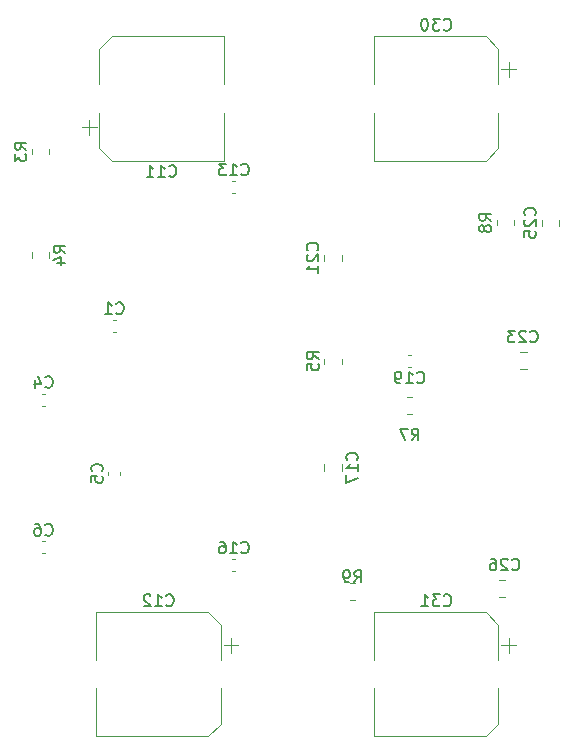
<source format=gbr>
%TF.GenerationSoftware,KiCad,Pcbnew,(6.0.2-0)*%
%TF.CreationDate,2022-02-22T22:16:16+08:00*%
%TF.ProjectId,TPA3125D2,54504133-3132-4354-9432-2e6b69636164,rev?*%
%TF.SameCoordinates,Original*%
%TF.FileFunction,Legend,Bot*%
%TF.FilePolarity,Positive*%
%FSLAX46Y46*%
G04 Gerber Fmt 4.6, Leading zero omitted, Abs format (unit mm)*
G04 Created by KiCad (PCBNEW (6.0.2-0)) date 2022-02-22 22:16:16*
%MOMM*%
%LPD*%
G01*
G04 APERTURE LIST*
%ADD10C,0.150000*%
%ADD11C,0.120000*%
G04 APERTURE END LIST*
D10*
%TO.C,C12*%
X136642857Y-97407142D02*
X136690476Y-97454761D01*
X136833333Y-97502380D01*
X136928571Y-97502380D01*
X137071428Y-97454761D01*
X137166666Y-97359523D01*
X137214285Y-97264285D01*
X137261904Y-97073809D01*
X137261904Y-96930952D01*
X137214285Y-96740476D01*
X137166666Y-96645238D01*
X137071428Y-96550000D01*
X136928571Y-96502380D01*
X136833333Y-96502380D01*
X136690476Y-96550000D01*
X136642857Y-96597619D01*
X135690476Y-97502380D02*
X136261904Y-97502380D01*
X135976190Y-97502380D02*
X135976190Y-96502380D01*
X136071428Y-96645238D01*
X136166666Y-96740476D01*
X136261904Y-96788095D01*
X135309523Y-96597619D02*
X135261904Y-96550000D01*
X135166666Y-96502380D01*
X134928571Y-96502380D01*
X134833333Y-96550000D01*
X134785714Y-96597619D01*
X134738095Y-96692857D01*
X134738095Y-96788095D01*
X134785714Y-96930952D01*
X135357142Y-97502380D01*
X134738095Y-97502380D01*
%TO.C,C21*%
X149427142Y-67357142D02*
X149474761Y-67309523D01*
X149522380Y-67166666D01*
X149522380Y-67071428D01*
X149474761Y-66928571D01*
X149379523Y-66833333D01*
X149284285Y-66785714D01*
X149093809Y-66738095D01*
X148950952Y-66738095D01*
X148760476Y-66785714D01*
X148665238Y-66833333D01*
X148570000Y-66928571D01*
X148522380Y-67071428D01*
X148522380Y-67166666D01*
X148570000Y-67309523D01*
X148617619Y-67357142D01*
X148617619Y-67738095D02*
X148570000Y-67785714D01*
X148522380Y-67880952D01*
X148522380Y-68119047D01*
X148570000Y-68214285D01*
X148617619Y-68261904D01*
X148712857Y-68309523D01*
X148808095Y-68309523D01*
X148950952Y-68261904D01*
X149522380Y-67690476D01*
X149522380Y-68309523D01*
X149522380Y-69261904D02*
X149522380Y-68690476D01*
X149522380Y-68976190D02*
X148522380Y-68976190D01*
X148665238Y-68880952D01*
X148760476Y-68785714D01*
X148808095Y-68690476D01*
%TO.C,C17*%
X152787142Y-85107142D02*
X152834761Y-85059523D01*
X152882380Y-84916666D01*
X152882380Y-84821428D01*
X152834761Y-84678571D01*
X152739523Y-84583333D01*
X152644285Y-84535714D01*
X152453809Y-84488095D01*
X152310952Y-84488095D01*
X152120476Y-84535714D01*
X152025238Y-84583333D01*
X151930000Y-84678571D01*
X151882380Y-84821428D01*
X151882380Y-84916666D01*
X151930000Y-85059523D01*
X151977619Y-85107142D01*
X152882380Y-86059523D02*
X152882380Y-85488095D01*
X152882380Y-85773809D02*
X151882380Y-85773809D01*
X152025238Y-85678571D01*
X152120476Y-85583333D01*
X152168095Y-85488095D01*
X151882380Y-86392857D02*
X151882380Y-87059523D01*
X152882380Y-86630952D01*
%TO.C,C26*%
X165921357Y-94369142D02*
X165968976Y-94416761D01*
X166111833Y-94464380D01*
X166207071Y-94464380D01*
X166349928Y-94416761D01*
X166445166Y-94321523D01*
X166492785Y-94226285D01*
X166540404Y-94035809D01*
X166540404Y-93892952D01*
X166492785Y-93702476D01*
X166445166Y-93607238D01*
X166349928Y-93512000D01*
X166207071Y-93464380D01*
X166111833Y-93464380D01*
X165968976Y-93512000D01*
X165921357Y-93559619D01*
X165540404Y-93559619D02*
X165492785Y-93512000D01*
X165397547Y-93464380D01*
X165159452Y-93464380D01*
X165064214Y-93512000D01*
X165016595Y-93559619D01*
X164968976Y-93654857D01*
X164968976Y-93750095D01*
X165016595Y-93892952D01*
X165588023Y-94464380D01*
X164968976Y-94464380D01*
X164111833Y-93464380D02*
X164302309Y-93464380D01*
X164397547Y-93512000D01*
X164445166Y-93559619D01*
X164540404Y-93702476D01*
X164588023Y-93892952D01*
X164588023Y-94273904D01*
X164540404Y-94369142D01*
X164492785Y-94416761D01*
X164397547Y-94464380D01*
X164207071Y-94464380D01*
X164111833Y-94416761D01*
X164064214Y-94369142D01*
X164016595Y-94273904D01*
X164016595Y-94035809D01*
X164064214Y-93940571D01*
X164111833Y-93892952D01*
X164207071Y-93845333D01*
X164397547Y-93845333D01*
X164492785Y-93892952D01*
X164540404Y-93940571D01*
X164588023Y-94035809D01*
%TO.C,C31*%
X160142857Y-97407142D02*
X160190476Y-97454761D01*
X160333333Y-97502380D01*
X160428571Y-97502380D01*
X160571428Y-97454761D01*
X160666666Y-97359523D01*
X160714285Y-97264285D01*
X160761904Y-97073809D01*
X160761904Y-96930952D01*
X160714285Y-96740476D01*
X160666666Y-96645238D01*
X160571428Y-96550000D01*
X160428571Y-96502380D01*
X160333333Y-96502380D01*
X160190476Y-96550000D01*
X160142857Y-96597619D01*
X159809523Y-96502380D02*
X159190476Y-96502380D01*
X159523809Y-96883333D01*
X159380952Y-96883333D01*
X159285714Y-96930952D01*
X159238095Y-96978571D01*
X159190476Y-97073809D01*
X159190476Y-97311904D01*
X159238095Y-97407142D01*
X159285714Y-97454761D01*
X159380952Y-97502380D01*
X159666666Y-97502380D01*
X159761904Y-97454761D01*
X159809523Y-97407142D01*
X158238095Y-97502380D02*
X158809523Y-97502380D01*
X158523809Y-97502380D02*
X158523809Y-96502380D01*
X158619047Y-96645238D01*
X158714285Y-96740476D01*
X158809523Y-96788095D01*
%TO.C,R8*%
X164156380Y-64857333D02*
X163680190Y-64524000D01*
X164156380Y-64285904D02*
X163156380Y-64285904D01*
X163156380Y-64666857D01*
X163204000Y-64762095D01*
X163251619Y-64809714D01*
X163346857Y-64857333D01*
X163489714Y-64857333D01*
X163584952Y-64809714D01*
X163632571Y-64762095D01*
X163680190Y-64666857D01*
X163680190Y-64285904D01*
X163584952Y-65428761D02*
X163537333Y-65333523D01*
X163489714Y-65285904D01*
X163394476Y-65238285D01*
X163346857Y-65238285D01*
X163251619Y-65285904D01*
X163204000Y-65333523D01*
X163156380Y-65428761D01*
X163156380Y-65619238D01*
X163204000Y-65714476D01*
X163251619Y-65762095D01*
X163346857Y-65809714D01*
X163394476Y-65809714D01*
X163489714Y-65762095D01*
X163537333Y-65714476D01*
X163584952Y-65619238D01*
X163584952Y-65428761D01*
X163632571Y-65333523D01*
X163680190Y-65285904D01*
X163775428Y-65238285D01*
X163965904Y-65238285D01*
X164061142Y-65285904D01*
X164108761Y-65333523D01*
X164156380Y-65428761D01*
X164156380Y-65619238D01*
X164108761Y-65714476D01*
X164061142Y-65762095D01*
X163965904Y-65809714D01*
X163775428Y-65809714D01*
X163680190Y-65762095D01*
X163632571Y-65714476D01*
X163584952Y-65619238D01*
%TO.C,R9*%
X152582666Y-95468380D02*
X152916000Y-94992190D01*
X153154095Y-95468380D02*
X153154095Y-94468380D01*
X152773142Y-94468380D01*
X152677904Y-94516000D01*
X152630285Y-94563619D01*
X152582666Y-94658857D01*
X152582666Y-94801714D01*
X152630285Y-94896952D01*
X152677904Y-94944571D01*
X152773142Y-94992190D01*
X153154095Y-94992190D01*
X152106476Y-95468380D02*
X151916000Y-95468380D01*
X151820761Y-95420761D01*
X151773142Y-95373142D01*
X151677904Y-95230285D01*
X151630285Y-95039809D01*
X151630285Y-94658857D01*
X151677904Y-94563619D01*
X151725523Y-94516000D01*
X151820761Y-94468380D01*
X152011238Y-94468380D01*
X152106476Y-94516000D01*
X152154095Y-94563619D01*
X152201714Y-94658857D01*
X152201714Y-94896952D01*
X152154095Y-94992190D01*
X152106476Y-95039809D01*
X152011238Y-95087428D01*
X151820761Y-95087428D01*
X151725523Y-95039809D01*
X151677904Y-94992190D01*
X151630285Y-94896952D01*
%TO.C,C11*%
X136892857Y-61057142D02*
X136940476Y-61104761D01*
X137083333Y-61152380D01*
X137178571Y-61152380D01*
X137321428Y-61104761D01*
X137416666Y-61009523D01*
X137464285Y-60914285D01*
X137511904Y-60723809D01*
X137511904Y-60580952D01*
X137464285Y-60390476D01*
X137416666Y-60295238D01*
X137321428Y-60200000D01*
X137178571Y-60152380D01*
X137083333Y-60152380D01*
X136940476Y-60200000D01*
X136892857Y-60247619D01*
X135940476Y-61152380D02*
X136511904Y-61152380D01*
X136226190Y-61152380D02*
X136226190Y-60152380D01*
X136321428Y-60295238D01*
X136416666Y-60390476D01*
X136511904Y-60438095D01*
X134988095Y-61152380D02*
X135559523Y-61152380D01*
X135273809Y-61152380D02*
X135273809Y-60152380D01*
X135369047Y-60295238D01*
X135464285Y-60390476D01*
X135559523Y-60438095D01*
%TO.C,C13*%
X143005357Y-60927142D02*
X143052976Y-60974761D01*
X143195833Y-61022380D01*
X143291071Y-61022380D01*
X143433928Y-60974761D01*
X143529166Y-60879523D01*
X143576785Y-60784285D01*
X143624404Y-60593809D01*
X143624404Y-60450952D01*
X143576785Y-60260476D01*
X143529166Y-60165238D01*
X143433928Y-60070000D01*
X143291071Y-60022380D01*
X143195833Y-60022380D01*
X143052976Y-60070000D01*
X143005357Y-60117619D01*
X142052976Y-61022380D02*
X142624404Y-61022380D01*
X142338690Y-61022380D02*
X142338690Y-60022380D01*
X142433928Y-60165238D01*
X142529166Y-60260476D01*
X142624404Y-60308095D01*
X141719642Y-60022380D02*
X141100595Y-60022380D01*
X141433928Y-60403333D01*
X141291071Y-60403333D01*
X141195833Y-60450952D01*
X141148214Y-60498571D01*
X141100595Y-60593809D01*
X141100595Y-60831904D01*
X141148214Y-60927142D01*
X141195833Y-60974761D01*
X141291071Y-61022380D01*
X141576785Y-61022380D01*
X141672023Y-60974761D01*
X141719642Y-60927142D01*
%TO.C,C1*%
X132416666Y-72677142D02*
X132464285Y-72724761D01*
X132607142Y-72772380D01*
X132702380Y-72772380D01*
X132845238Y-72724761D01*
X132940476Y-72629523D01*
X132988095Y-72534285D01*
X133035714Y-72343809D01*
X133035714Y-72200952D01*
X132988095Y-72010476D01*
X132940476Y-71915238D01*
X132845238Y-71820000D01*
X132702380Y-71772380D01*
X132607142Y-71772380D01*
X132464285Y-71820000D01*
X132416666Y-71867619D01*
X131464285Y-72772380D02*
X132035714Y-72772380D01*
X131750000Y-72772380D02*
X131750000Y-71772380D01*
X131845238Y-71915238D01*
X131940476Y-72010476D01*
X132035714Y-72058095D01*
%TO.C,C4*%
X126416666Y-78927142D02*
X126464285Y-78974761D01*
X126607142Y-79022380D01*
X126702380Y-79022380D01*
X126845238Y-78974761D01*
X126940476Y-78879523D01*
X126988095Y-78784285D01*
X127035714Y-78593809D01*
X127035714Y-78450952D01*
X126988095Y-78260476D01*
X126940476Y-78165238D01*
X126845238Y-78070000D01*
X126702380Y-78022380D01*
X126607142Y-78022380D01*
X126464285Y-78070000D01*
X126416666Y-78117619D01*
X125559523Y-78355714D02*
X125559523Y-79022380D01*
X125797619Y-77974761D02*
X126035714Y-78689047D01*
X125416666Y-78689047D01*
%TO.C,C5*%
X131177142Y-86083333D02*
X131224761Y-86035714D01*
X131272380Y-85892857D01*
X131272380Y-85797619D01*
X131224761Y-85654761D01*
X131129523Y-85559523D01*
X131034285Y-85511904D01*
X130843809Y-85464285D01*
X130700952Y-85464285D01*
X130510476Y-85511904D01*
X130415238Y-85559523D01*
X130320000Y-85654761D01*
X130272380Y-85797619D01*
X130272380Y-85892857D01*
X130320000Y-86035714D01*
X130367619Y-86083333D01*
X130272380Y-86988095D02*
X130272380Y-86511904D01*
X130748571Y-86464285D01*
X130700952Y-86511904D01*
X130653333Y-86607142D01*
X130653333Y-86845238D01*
X130700952Y-86940476D01*
X130748571Y-86988095D01*
X130843809Y-87035714D01*
X131081904Y-87035714D01*
X131177142Y-86988095D01*
X131224761Y-86940476D01*
X131272380Y-86845238D01*
X131272380Y-86607142D01*
X131224761Y-86511904D01*
X131177142Y-86464285D01*
%TO.C,C16*%
X143005357Y-92927142D02*
X143052976Y-92974761D01*
X143195833Y-93022380D01*
X143291071Y-93022380D01*
X143433928Y-92974761D01*
X143529166Y-92879523D01*
X143576785Y-92784285D01*
X143624404Y-92593809D01*
X143624404Y-92450952D01*
X143576785Y-92260476D01*
X143529166Y-92165238D01*
X143433928Y-92070000D01*
X143291071Y-92022380D01*
X143195833Y-92022380D01*
X143052976Y-92070000D01*
X143005357Y-92117619D01*
X142052976Y-93022380D02*
X142624404Y-93022380D01*
X142338690Y-93022380D02*
X142338690Y-92022380D01*
X142433928Y-92165238D01*
X142529166Y-92260476D01*
X142624404Y-92308095D01*
X141195833Y-92022380D02*
X141386309Y-92022380D01*
X141481547Y-92070000D01*
X141529166Y-92117619D01*
X141624404Y-92260476D01*
X141672023Y-92450952D01*
X141672023Y-92831904D01*
X141624404Y-92927142D01*
X141576785Y-92974761D01*
X141481547Y-93022380D01*
X141291071Y-93022380D01*
X141195833Y-92974761D01*
X141148214Y-92927142D01*
X141100595Y-92831904D01*
X141100595Y-92593809D01*
X141148214Y-92498571D01*
X141195833Y-92450952D01*
X141291071Y-92403333D01*
X141481547Y-92403333D01*
X141576785Y-92450952D01*
X141624404Y-92498571D01*
X141672023Y-92593809D01*
%TO.C,C19*%
X157892857Y-78537142D02*
X157940476Y-78584761D01*
X158083333Y-78632380D01*
X158178571Y-78632380D01*
X158321428Y-78584761D01*
X158416666Y-78489523D01*
X158464285Y-78394285D01*
X158511904Y-78203809D01*
X158511904Y-78060952D01*
X158464285Y-77870476D01*
X158416666Y-77775238D01*
X158321428Y-77680000D01*
X158178571Y-77632380D01*
X158083333Y-77632380D01*
X157940476Y-77680000D01*
X157892857Y-77727619D01*
X156940476Y-78632380D02*
X157511904Y-78632380D01*
X157226190Y-78632380D02*
X157226190Y-77632380D01*
X157321428Y-77775238D01*
X157416666Y-77870476D01*
X157511904Y-77918095D01*
X156464285Y-78632380D02*
X156273809Y-78632380D01*
X156178571Y-78584761D01*
X156130952Y-78537142D01*
X156035714Y-78394285D01*
X155988095Y-78203809D01*
X155988095Y-77822857D01*
X156035714Y-77727619D01*
X156083333Y-77680000D01*
X156178571Y-77632380D01*
X156369047Y-77632380D01*
X156464285Y-77680000D01*
X156511904Y-77727619D01*
X156559523Y-77822857D01*
X156559523Y-78060952D01*
X156511904Y-78156190D01*
X156464285Y-78203809D01*
X156369047Y-78251428D01*
X156178571Y-78251428D01*
X156083333Y-78203809D01*
X156035714Y-78156190D01*
X155988095Y-78060952D01*
%TO.C,C6*%
X126416666Y-91427142D02*
X126464285Y-91474761D01*
X126607142Y-91522380D01*
X126702380Y-91522380D01*
X126845238Y-91474761D01*
X126940476Y-91379523D01*
X126988095Y-91284285D01*
X127035714Y-91093809D01*
X127035714Y-90950952D01*
X126988095Y-90760476D01*
X126940476Y-90665238D01*
X126845238Y-90570000D01*
X126702380Y-90522380D01*
X126607142Y-90522380D01*
X126464285Y-90570000D01*
X126416666Y-90617619D01*
X125559523Y-90522380D02*
X125750000Y-90522380D01*
X125845238Y-90570000D01*
X125892857Y-90617619D01*
X125988095Y-90760476D01*
X126035714Y-90950952D01*
X126035714Y-91331904D01*
X125988095Y-91427142D01*
X125940476Y-91474761D01*
X125845238Y-91522380D01*
X125654761Y-91522380D01*
X125559523Y-91474761D01*
X125511904Y-91427142D01*
X125464285Y-91331904D01*
X125464285Y-91093809D01*
X125511904Y-90998571D01*
X125559523Y-90950952D01*
X125654761Y-90903333D01*
X125845238Y-90903333D01*
X125940476Y-90950952D01*
X125988095Y-90998571D01*
X126035714Y-91093809D01*
%TO.C,R3*%
X124802380Y-58833333D02*
X124326190Y-58500000D01*
X124802380Y-58261904D02*
X123802380Y-58261904D01*
X123802380Y-58642857D01*
X123850000Y-58738095D01*
X123897619Y-58785714D01*
X123992857Y-58833333D01*
X124135714Y-58833333D01*
X124230952Y-58785714D01*
X124278571Y-58738095D01*
X124326190Y-58642857D01*
X124326190Y-58261904D01*
X123802380Y-59166666D02*
X123802380Y-59785714D01*
X124183333Y-59452380D01*
X124183333Y-59595238D01*
X124230952Y-59690476D01*
X124278571Y-59738095D01*
X124373809Y-59785714D01*
X124611904Y-59785714D01*
X124707142Y-59738095D01*
X124754761Y-59690476D01*
X124802380Y-59595238D01*
X124802380Y-59309523D01*
X124754761Y-59214285D01*
X124707142Y-59166666D01*
%TO.C,R4*%
X128102380Y-67583333D02*
X127626190Y-67250000D01*
X128102380Y-67011904D02*
X127102380Y-67011904D01*
X127102380Y-67392857D01*
X127150000Y-67488095D01*
X127197619Y-67535714D01*
X127292857Y-67583333D01*
X127435714Y-67583333D01*
X127530952Y-67535714D01*
X127578571Y-67488095D01*
X127626190Y-67392857D01*
X127626190Y-67011904D01*
X127435714Y-68440476D02*
X128102380Y-68440476D01*
X127054761Y-68202380D02*
X127769047Y-67964285D01*
X127769047Y-68583333D01*
%TO.C,R5*%
X149552380Y-76583333D02*
X149076190Y-76250000D01*
X149552380Y-76011904D02*
X148552380Y-76011904D01*
X148552380Y-76392857D01*
X148600000Y-76488095D01*
X148647619Y-76535714D01*
X148742857Y-76583333D01*
X148885714Y-76583333D01*
X148980952Y-76535714D01*
X149028571Y-76488095D01*
X149076190Y-76392857D01*
X149076190Y-76011904D01*
X148552380Y-77488095D02*
X148552380Y-77011904D01*
X149028571Y-76964285D01*
X148980952Y-77011904D01*
X148933333Y-77107142D01*
X148933333Y-77345238D01*
X148980952Y-77440476D01*
X149028571Y-77488095D01*
X149123809Y-77535714D01*
X149361904Y-77535714D01*
X149457142Y-77488095D01*
X149504761Y-77440476D01*
X149552380Y-77345238D01*
X149552380Y-77107142D01*
X149504761Y-77011904D01*
X149457142Y-76964285D01*
%TO.C,R7*%
X157416666Y-83452380D02*
X157750000Y-82976190D01*
X157988095Y-83452380D02*
X157988095Y-82452380D01*
X157607142Y-82452380D01*
X157511904Y-82500000D01*
X157464285Y-82547619D01*
X157416666Y-82642857D01*
X157416666Y-82785714D01*
X157464285Y-82880952D01*
X157511904Y-82928571D01*
X157607142Y-82976190D01*
X157988095Y-82976190D01*
X157083333Y-82452380D02*
X156416666Y-82452380D01*
X156845238Y-83452380D01*
%TO.C,C23*%
X167462357Y-75065142D02*
X167509976Y-75112761D01*
X167652833Y-75160380D01*
X167748071Y-75160380D01*
X167890928Y-75112761D01*
X167986166Y-75017523D01*
X168033785Y-74922285D01*
X168081404Y-74731809D01*
X168081404Y-74588952D01*
X168033785Y-74398476D01*
X167986166Y-74303238D01*
X167890928Y-74208000D01*
X167748071Y-74160380D01*
X167652833Y-74160380D01*
X167509976Y-74208000D01*
X167462357Y-74255619D01*
X167081404Y-74255619D02*
X167033785Y-74208000D01*
X166938547Y-74160380D01*
X166700452Y-74160380D01*
X166605214Y-74208000D01*
X166557595Y-74255619D01*
X166509976Y-74350857D01*
X166509976Y-74446095D01*
X166557595Y-74588952D01*
X167129023Y-75160380D01*
X166509976Y-75160380D01*
X166176642Y-74160380D02*
X165557595Y-74160380D01*
X165890928Y-74541333D01*
X165748071Y-74541333D01*
X165652833Y-74588952D01*
X165605214Y-74636571D01*
X165557595Y-74731809D01*
X165557595Y-74969904D01*
X165605214Y-75065142D01*
X165652833Y-75112761D01*
X165748071Y-75160380D01*
X166033785Y-75160380D01*
X166129023Y-75112761D01*
X166176642Y-75065142D01*
%TO.C,C25*%
X167841142Y-64381142D02*
X167888761Y-64333523D01*
X167936380Y-64190666D01*
X167936380Y-64095428D01*
X167888761Y-63952571D01*
X167793523Y-63857333D01*
X167698285Y-63809714D01*
X167507809Y-63762095D01*
X167364952Y-63762095D01*
X167174476Y-63809714D01*
X167079238Y-63857333D01*
X166984000Y-63952571D01*
X166936380Y-64095428D01*
X166936380Y-64190666D01*
X166984000Y-64333523D01*
X167031619Y-64381142D01*
X167031619Y-64762095D02*
X166984000Y-64809714D01*
X166936380Y-64904952D01*
X166936380Y-65143047D01*
X166984000Y-65238285D01*
X167031619Y-65285904D01*
X167126857Y-65333523D01*
X167222095Y-65333523D01*
X167364952Y-65285904D01*
X167936380Y-64714476D01*
X167936380Y-65333523D01*
X166936380Y-66238285D02*
X166936380Y-65762095D01*
X167412571Y-65714476D01*
X167364952Y-65762095D01*
X167317333Y-65857333D01*
X167317333Y-66095428D01*
X167364952Y-66190666D01*
X167412571Y-66238285D01*
X167507809Y-66285904D01*
X167745904Y-66285904D01*
X167841142Y-66238285D01*
X167888761Y-66190666D01*
X167936380Y-66095428D01*
X167936380Y-65857333D01*
X167888761Y-65762095D01*
X167841142Y-65714476D01*
%TO.C,C30*%
X160142857Y-48657142D02*
X160190476Y-48704761D01*
X160333333Y-48752380D01*
X160428571Y-48752380D01*
X160571428Y-48704761D01*
X160666666Y-48609523D01*
X160714285Y-48514285D01*
X160761904Y-48323809D01*
X160761904Y-48180952D01*
X160714285Y-47990476D01*
X160666666Y-47895238D01*
X160571428Y-47800000D01*
X160428571Y-47752380D01*
X160333333Y-47752380D01*
X160190476Y-47800000D01*
X160142857Y-47847619D01*
X159809523Y-47752380D02*
X159190476Y-47752380D01*
X159523809Y-48133333D01*
X159380952Y-48133333D01*
X159285714Y-48180952D01*
X159238095Y-48228571D01*
X159190476Y-48323809D01*
X159190476Y-48561904D01*
X159238095Y-48657142D01*
X159285714Y-48704761D01*
X159380952Y-48752380D01*
X159666666Y-48752380D01*
X159761904Y-48704761D01*
X159809523Y-48657142D01*
X158571428Y-47752380D02*
X158476190Y-47752380D01*
X158380952Y-47800000D01*
X158333333Y-47847619D01*
X158285714Y-47942857D01*
X158238095Y-48133333D01*
X158238095Y-48371428D01*
X158285714Y-48561904D01*
X158333333Y-48657142D01*
X158380952Y-48704761D01*
X158476190Y-48752380D01*
X158571428Y-48752380D01*
X158666666Y-48704761D01*
X158714285Y-48657142D01*
X158761904Y-48561904D01*
X158809523Y-48371428D01*
X158809523Y-48133333D01*
X158761904Y-47942857D01*
X158714285Y-47847619D01*
X158666666Y-47800000D01*
X158571428Y-47752380D01*
D11*
%TO.C,C12*%
X141260000Y-99054437D02*
X141260000Y-102040000D01*
X130740000Y-97990000D02*
X130740000Y-102040000D01*
X142750000Y-100790000D02*
X141500000Y-100790000D01*
X141260000Y-107445563D02*
X141260000Y-104460000D01*
X142125000Y-100165000D02*
X142125000Y-101415000D01*
X140195563Y-97990000D02*
X130740000Y-97990000D01*
X141260000Y-99054437D02*
X140195563Y-97990000D01*
X130740000Y-108510000D02*
X130740000Y-104460000D01*
X141260000Y-107445563D02*
X140195563Y-108510000D01*
X140195563Y-108510000D02*
X130740000Y-108510000D01*
%TO.C,C21*%
X151485000Y-67738748D02*
X151485000Y-68261252D01*
X150015000Y-67738748D02*
X150015000Y-68261252D01*
%TO.C,C17*%
X150015000Y-86011252D02*
X150015000Y-85488748D01*
X151485000Y-86011252D02*
X151485000Y-85488748D01*
%TO.C,C26*%
X164817248Y-95277000D02*
X165339752Y-95277000D01*
X164817248Y-96747000D02*
X165339752Y-96747000D01*
%TO.C,C31*%
X154240000Y-97990000D02*
X154240000Y-102040000D01*
X166250000Y-100790000D02*
X165000000Y-100790000D01*
X163695563Y-97990000D02*
X154240000Y-97990000D01*
X164760000Y-107445563D02*
X163695563Y-108510000D01*
X154240000Y-108510000D02*
X154240000Y-104460000D01*
X165625000Y-100165000D02*
X165625000Y-101415000D01*
X164760000Y-99054437D02*
X164760000Y-102040000D01*
X164760000Y-107445563D02*
X164760000Y-104460000D01*
X163695563Y-108510000D02*
X154240000Y-108510000D01*
X164760000Y-99054437D02*
X163695563Y-97990000D01*
%TO.C,R8*%
X164619000Y-64796936D02*
X164619000Y-65251064D01*
X166089000Y-64796936D02*
X166089000Y-65251064D01*
%TO.C,R9*%
X152188936Y-97001000D02*
X152643064Y-97001000D01*
X152188936Y-95531000D02*
X152643064Y-95531000D01*
%TO.C,C11*%
X132054437Y-49240000D02*
X141510000Y-49240000D01*
X130125000Y-57585000D02*
X130125000Y-56335000D01*
X130990000Y-50304437D02*
X130990000Y-53290000D01*
X132054437Y-59760000D02*
X141510000Y-59760000D01*
X141510000Y-59760000D02*
X141510000Y-55710000D01*
X130990000Y-50304437D02*
X132054437Y-49240000D01*
X130990000Y-58695563D02*
X130990000Y-55710000D01*
X130990000Y-58695563D02*
X132054437Y-59760000D01*
X141510000Y-49240000D02*
X141510000Y-53290000D01*
X129500000Y-56960000D02*
X130750000Y-56960000D01*
%TO.C,C13*%
X142508767Y-62510000D02*
X142216233Y-62510000D01*
X142508767Y-61490000D02*
X142216233Y-61490000D01*
%TO.C,C1*%
X132396267Y-73240000D02*
X132103733Y-73240000D01*
X132396267Y-74260000D02*
X132103733Y-74260000D01*
%TO.C,C4*%
X126396267Y-80510000D02*
X126103733Y-80510000D01*
X126396267Y-79490000D02*
X126103733Y-79490000D01*
%TO.C,C5*%
X132760000Y-86103733D02*
X132760000Y-86396267D01*
X131740000Y-86103733D02*
X131740000Y-86396267D01*
%TO.C,C16*%
X142508767Y-94510000D02*
X142216233Y-94510000D01*
X142508767Y-93490000D02*
X142216233Y-93490000D01*
%TO.C,C19*%
X157103733Y-76240000D02*
X157396267Y-76240000D01*
X157103733Y-77260000D02*
X157396267Y-77260000D01*
%TO.C,C6*%
X126396267Y-91990000D02*
X126103733Y-91990000D01*
X126396267Y-93010000D02*
X126103733Y-93010000D01*
%TO.C,R3*%
X126735000Y-58772936D02*
X126735000Y-59227064D01*
X125265000Y-58772936D02*
X125265000Y-59227064D01*
%TO.C,R4*%
X126735000Y-67977064D02*
X126735000Y-67522936D01*
X125265000Y-67977064D02*
X125265000Y-67522936D01*
%TO.C,R5*%
X150015000Y-76522936D02*
X150015000Y-76977064D01*
X151485000Y-76522936D02*
X151485000Y-76977064D01*
%TO.C,R7*%
X157477064Y-81235000D02*
X157022936Y-81235000D01*
X157477064Y-79765000D02*
X157022936Y-79765000D01*
%TO.C,C23*%
X166638248Y-75973000D02*
X167160752Y-75973000D01*
X166638248Y-77443000D02*
X167160752Y-77443000D01*
%TO.C,C25*%
X168429000Y-64762748D02*
X168429000Y-65285252D01*
X169899000Y-64762748D02*
X169899000Y-65285252D01*
%TO.C,C30*%
X154240000Y-49240000D02*
X154240000Y-53290000D01*
X164760000Y-58695563D02*
X164760000Y-55710000D01*
X154240000Y-59760000D02*
X154240000Y-55710000D01*
X165625000Y-51415000D02*
X165625000Y-52665000D01*
X163695563Y-59760000D02*
X154240000Y-59760000D01*
X163695563Y-49240000D02*
X154240000Y-49240000D01*
X164760000Y-50304437D02*
X164760000Y-53290000D01*
X164760000Y-58695563D02*
X163695563Y-59760000D01*
X164760000Y-50304437D02*
X163695563Y-49240000D01*
X166250000Y-52040000D02*
X165000000Y-52040000D01*
%TD*%
M02*

</source>
